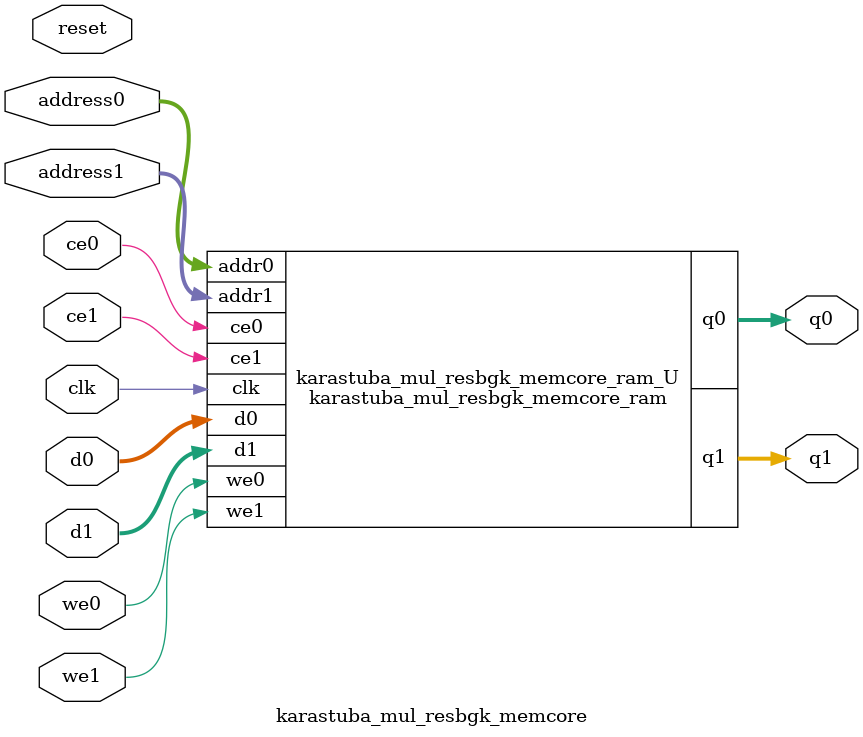
<source format=v>
`timescale 1 ns / 1 ps
module karastuba_mul_resbgk_memcore_ram (addr0, ce0, d0, we0, q0, addr1, ce1, d1, we1, q1,  clk);

parameter DWIDTH = 64;
parameter AWIDTH = 8;
parameter MEM_SIZE = 256;

input[AWIDTH-1:0] addr0;
input ce0;
input[DWIDTH-1:0] d0;
input we0;
output reg[DWIDTH-1:0] q0;
input[AWIDTH-1:0] addr1;
input ce1;
input[DWIDTH-1:0] d1;
input we1;
output reg[DWIDTH-1:0] q1;
input clk;

(* ram_style = "block" *)reg [DWIDTH-1:0] ram[0:MEM_SIZE-1];




always @(posedge clk)  
begin 
    if (ce0) begin
        if (we0) 
            ram[addr0] <= d0; 
        q0 <= ram[addr0];
    end
end


always @(posedge clk)  
begin 
    if (ce1) begin
        if (we1) 
            ram[addr1] <= d1; 
        q1 <= ram[addr1];
    end
end


endmodule

`timescale 1 ns / 1 ps
module karastuba_mul_resbgk_memcore(
    reset,
    clk,
    address0,
    ce0,
    we0,
    d0,
    q0,
    address1,
    ce1,
    we1,
    d1,
    q1);

parameter DataWidth = 32'd64;
parameter AddressRange = 32'd256;
parameter AddressWidth = 32'd8;
input reset;
input clk;
input[AddressWidth - 1:0] address0;
input ce0;
input we0;
input[DataWidth - 1:0] d0;
output[DataWidth - 1:0] q0;
input[AddressWidth - 1:0] address1;
input ce1;
input we1;
input[DataWidth - 1:0] d1;
output[DataWidth - 1:0] q1;



karastuba_mul_resbgk_memcore_ram karastuba_mul_resbgk_memcore_ram_U(
    .clk( clk ),
    .addr0( address0 ),
    .ce0( ce0 ),
    .we0( we0 ),
    .d0( d0 ),
    .q0( q0 ),
    .addr1( address1 ),
    .ce1( ce1 ),
    .we1( we1 ),
    .d1( d1 ),
    .q1( q1 ));

endmodule


</source>
